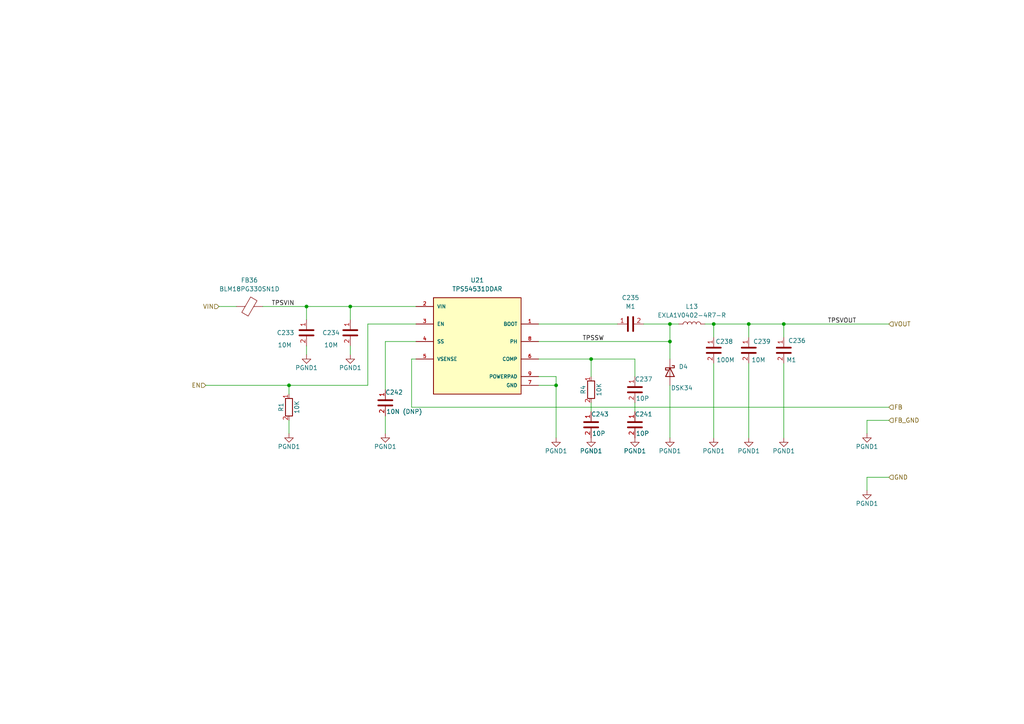
<source format=kicad_sch>
(kicad_sch (version 20250114) (generator "eeschema") (generator_version "9.0")
  (paper "A4")
  (lib_symbols
    (symbol "Device:FerriteBead" (pin_numbers (hide yes)) (pin_names (offset 0))
      (property "Reference" "FB" (at -3.81 0.635 90))
      (property "Value" "FerriteBead" (at 3.81 0 90))
      (symbol "FerriteBead_0_1"
        (polyline (pts (xy -2.7686 0.4064) (xy -1.7018 2.2606) (xy 2.7686 -0.3048) (xy 1.6764 -2.159) (xy -2.7686 0.4064)))
        (polyline (pts (xy 0 1.27) (xy 0 1.2954)))
        (polyline (pts (xy 0 -1.27) (xy 0 -1.2192)))
      )
      (symbol "FerriteBead_1_1"
        (pin passive line (at 0 3.81 270) (length 2.54) (name "~") (number "1"))
        (pin passive line (at 0 -3.81 90) (length 2.54) (name "~") (number "2"))
      )
    )
    (symbol "Diode:CDBA340-HF" (pin_numbers (hide yes)) (pin_names (hide yes))
      (property "Reference" "D" (at 0 2.54 0))
      (property "Value" "CDBA340-HF" (at 0 -2.54 0))
      (symbol "CDBA340-HF_0_1"
        (polyline (pts (xy -1.905 0.635) (xy -1.905 1.27) (xy -1.27 1.27) (xy -1.27 -1.27) (xy -0.635 -1.27) (xy -0.635 -0.635)) (stroke (width 0.254)))
        (polyline (pts (xy 1.27 1.27) (xy 1.27 -1.27) (xy -1.27 0) (xy 1.27 1.27)) (stroke (width 0.254)))
        (polyline (pts (xy 1.27 0) (xy -1.27 0)))
      )
      (symbol "CDBA340-HF_1_1"
        (pin passive line (at -3.81 0 0) (length 2.54) (name "K") (number "1"))
        (pin passive line (at 3.81 0 180) (length 2.54) (name "A") (number "2"))
      )
    )
    (symbol "PPA-Pasive:Cap" (pin_names (offset 1.016))
      (property "Reference" "C" (at -5.08 0 0))
      (property "Value" "Cap" (at 5.08 -2.54 0))
      (symbol "Cap_1_1"
        (polyline (pts (xy -2.032 0.762) (xy 2.032 0.762)) (stroke (width 0.508)))
        (polyline (pts (xy -2.032 -0.762) (xy 2.032 -0.762)) (stroke (width 0.508)))
        (pin passive line (at 0 3.81 270) (length 2.794) (name "~") (number "1"))
        (pin passive line (at 0 -3.81 90) (length 2.794) (name "~") (number "2"))
      )
    )
    (symbol "PPA-Pasive:Ind" (pin_numbers (hide yes)) (pin_names (offset 1.016) (hide yes))
      (property "Reference" "L" (at 2.54 1.27 0))
      (property "Value" "Ind" (at 3.81 -1.27 0))
      (symbol "Ind_1_1"
        (arc (start 0 2.54) (mid 0.6323 1.905) (end 0 1.27))
        (arc (start 0 1.27) (mid 0.6323 0.635) (end 0 0))
        (arc (start 0 0) (mid 0.6323 -0.635) (end 0 -1.27))
        (arc (start 0 -1.27) (mid 0.6323 -1.905) (end 0 -2.54))
        (pin passive line (at 0 3.81 270) (length 1.27) (name "1") (number "1"))
        (pin passive line (at 0 -3.81 90) (length 1.27) (name "2") (number "2"))
      )
    )
    (symbol "PPA-Pasive:Res" (pin_names (offset 1.016))
      (property "Reference" "R" (at -2.54 2.54 0))
      (property "Value" "Res" (at -1.27 -2.54 0))
      (symbol "Res_1_1"
        (rectangle (start 2.54 -1.016) (end -2.54 1.016) (stroke (width 0.254)))
        (pin passive line (at -3.81 0 0) (length 1.27) (name "~") (number "1"))
        (pin passive line (at 3.81 0 180) (length 1.27) (name "~") (number "2"))
      )
    )
    (symbol "TPS54531DDAR:TPS54531DDAR" (pin_names (offset 1.016))
      (property "Reference" "U" (at -12.7 16.51 0))
      (property "Value" "TPS54531DDAR" (at -12.7 -13.97 0))
      (symbol "TPS54531DDAR_0_0"
        (rectangle (start -12.7 -12.7) (end 12.7 15.24) (stroke (width 0.254)) (fill (type background)))
        (pin power_in line (at -17.78 12.7 0) (length 5.08) (name "VIN") (number "2"))
        (pin input line (at -17.78 7.62 0) (length 5.08) (name "EN") (number "3"))
        (pin input line (at -17.78 2.54 0) (length 5.08) (name "SS") (number "4"))
        (pin input line (at -17.78 -2.54 0) (length 5.08) (name "VSENSE") (number "5"))
        (pin output line (at 17.78 7.62 180) (length 5.08) (name "BOOT") (number "1"))
        (pin output line (at 17.78 2.54 180) (length 5.08) (name "PH") (number "8"))
        (pin output line (at 17.78 -2.54 180) (length 5.08) (name "COMP") (number "6"))
        (pin power_in line (at 17.78 -7.62 180) (length 5.08) (name "POWERPAD") (number "9"))
        (pin power_in line (at 17.78 -10.16 180) (length 5.08) (name "GND") (number "7"))
      )
    )
    (symbol "power:GND" (power) (pin_names (offset 0))
      (property "Value" "GND" (at 0 -3.81 0))
      (symbol "GND_0_1"
        (polyline (pts (xy 0 0) (xy 0 -1.27) (xy 1.27 -1.27) (xy 0 -2.54) (xy -1.27 -1.27) (xy 0 -1.27)))
      )
      (symbol "GND_1_1"
        (pin power_in line (at 0 0 270) (length 0) (hide yes) (name "GND") (number "1"))
      )
    )
  )
  (junction (at 101.6 88.9))
  (junction (at 83.82 111.76))
  (junction (at 88.9 88.9))
  (junction (at 227.33 93.98))
  (junction (at 194.31 99.06))
  (junction (at 171.45 104.14))
  (junction (at 217.17 93.98))
  (junction (at 194.31 93.98))
  (junction (at 161.29 111.76))
  (junction (at 207.01 93.98))
  (wire (pts (xy 171.45 104.14) (xy 171.45 109.22)))
  (wire (pts (xy 207.01 105.41) (xy 207.01 127)))
  (wire (pts (xy 251.46 121.92) (xy 251.46 125.73)))
  (wire (pts (xy 106.68 111.76) (xy 83.82 111.76)))
  (wire (pts (xy 161.29 109.22) (xy 156.21 109.22)))
  (wire (pts (xy 194.31 93.98) (xy 196.85 93.98)))
  (wire (pts (xy 111.76 99.06) (xy 120.65 99.06)))
  (wire (pts (xy 119.38 118.11) (xy 257.81 118.11)))
  (wire (pts (xy 76.2 88.9) (xy 88.9 88.9)))
  (wire (pts (xy 120.65 93.98) (xy 106.68 93.98)))
  (wire (pts (xy 186.69 93.98) (xy 194.31 93.98)))
  (wire (pts (xy 83.82 111.76) (xy 83.82 114.3)))
  (wire (pts (xy 119.38 118.11) (xy 119.38 104.14)))
  (wire (pts (xy 101.6 88.9) (xy 120.65 88.9)))
  (wire (pts (xy 63.5 88.9) (xy 68.58 88.9)))
  (wire (pts (xy 171.45 116.84) (xy 171.45 119.38)))
  (wire (pts (xy 251.46 138.43) (xy 251.46 142.24)))
  (wire (pts (xy 88.9 88.9) (xy 88.9 92.71)))
  (wire (pts (xy 184.15 104.14) (xy 184.15 109.22)))
  (wire (pts (xy 227.33 127) (xy 227.33 105.41)))
  (wire (pts (xy 111.76 120.65) (xy 111.76 125.73)))
  (wire (pts (xy 194.31 111.76) (xy 194.31 127)))
  (wire (pts (xy 217.17 105.41) (xy 217.17 127)))
  (wire (pts (xy 217.17 93.98) (xy 217.17 97.79)))
  (wire (pts (xy 257.81 138.43) (xy 251.46 138.43)))
  (wire (pts (xy 156.21 99.06) (xy 194.31 99.06)))
  (wire (pts (xy 156.21 93.98) (xy 179.07 93.98)))
  (wire (pts (xy 88.9 88.9) (xy 101.6 88.9)))
  (wire (pts (xy 161.29 127) (xy 161.29 111.76)))
  (wire (pts (xy 111.76 113.03) (xy 111.76 99.06)))
  (wire (pts (xy 207.01 93.98) (xy 207.01 97.79)))
  (wire (pts (xy 227.33 93.98) (xy 257.81 93.98)))
  (wire (pts (xy 83.82 121.92) (xy 83.82 125.73)))
  (wire (pts (xy 161.29 111.76) (xy 161.29 109.22)))
  (wire (pts (xy 257.81 121.92) (xy 251.46 121.92)))
  (wire (pts (xy 101.6 100.33) (xy 101.6 102.87)))
  (wire (pts (xy 184.15 116.84) (xy 184.15 119.38)))
  (wire (pts (xy 156.21 111.76) (xy 161.29 111.76)))
  (wire (pts (xy 106.68 93.98) (xy 106.68 111.76)))
  (wire (pts (xy 156.21 104.14) (xy 171.45 104.14)))
  (wire (pts (xy 204.47 93.98) (xy 207.01 93.98)))
  (wire (pts (xy 227.33 93.98) (xy 227.33 97.79)))
  (wire (pts (xy 101.6 88.9) (xy 101.6 92.71)))
  (wire (pts (xy 194.31 99.06) (xy 194.31 104.14)))
  (wire (pts (xy 207.01 93.98) (xy 217.17 93.98)))
  (wire (pts (xy 88.9 100.33) (xy 88.9 102.87)))
  (wire (pts (xy 217.17 93.98) (xy 227.33 93.98)))
  (wire (pts (xy 194.31 99.06) (xy 194.31 93.98)))
  (wire (pts (xy 59.69 111.76) (xy 83.82 111.76)))
  (wire (pts (xy 119.38 104.14) (xy 120.65 104.14)))
  (wire (pts (xy 171.45 104.14) (xy 184.15 104.14)))
  (label "TPSSW" (at 168.91 99.06 0))
  (label "TPSVIN" (at 78.74 88.9 0))
  (label "TPSVOUT" (at 240.03 93.98 0))
  (hierarchical_label "EN" (shape input) (at 59.69 111.76 180))
  (hierarchical_label "FB_GND" (shape input) (at 257.81 121.92 0))
  (hierarchical_label "GND" (shape input) (at 257.81 138.43 0))
  (hierarchical_label "VOUT" (shape input) (at 257.81 93.98 0))
  (hierarchical_label "VIN" (shape input) (at 63.5 88.9 180))
  (hierarchical_label "FB" (shape input) (at 257.81 118.11 0))
  (symbol (lib_id "PPA-Pasive:Res") (at 83.82 118.11 270) (unit 1)
    (property "Reference" "R91" (at 81.534 118.11 0))
    (property "Value" "10K" (at 86.106 118.11 0))
    (property "Footprint" "Resistor_SMD:R_0402_1005Metric" (effects (hide yes)))
    (property "Power" "250mW" (effects (hide yes)))
    (property "Tolerance" "=< 5%" (effects (hide yes)))
    (property "JLCPCB Part #" "C25744" (effects (hide yes)))
    (instances (project "TRX055.01.01.PB.00.00" (path "" (reference "R1") (unit 1)) (path "" (reference "R91") (unit 1))))
  )
  (symbol (lib_id "power:GND") (at 101.6 102.87 0) (unit 1)
    (property "Reference" "#PWR0364" (effects (hide yes)))
    (property "Value" "PGND1" (at 101.6 106.68 0))
    (property "Description" "Power symbol creates a global label with name \"GND\" , ground" (effects (hide yes)))
    (instances (project "TRX055.01.01.PB.00.00" (path "" (reference "#PWR0341") (unit 1)) (path "" (reference "#PWR0364") (unit 1))))
  )
  (symbol (lib_id "PPA-Pasive:Cap") (at 227.33 101.6 0) (unit 1)
    (property "Reference" "C258" (at 228.6 98.806 0) (effects (justify left)))
    (property "Value" "M1" (at 228.092 104.394 0) (effects (justify left)))
    (property "Footprint" "Capacitor_SMD:C_0201_0603Metric" (effects (hide yes)))
    (property "Description" "capacitor" (effects (hide yes)))
    (property "Voltage" "100V" (effects (hide yes)))
    (property "Material" "X7R" (effects (hide yes)))
    (property "PN" "CL03A104KP3NNNC" (effects (hide yes)))
    (property "JLC" "C49062" (effects (hide yes)))
    (property "JLCPCB Part #" "C1581" (effects (hide yes)))
    (instances (project "TRX055.01.01.PB.00.00" (path "" (reference "C236") (unit 1)) (path "" (reference "C258") (unit 1))))
  )
  (symbol (lib_id "power:GND") (at 251.46 142.24 0) (unit 1)
    (property "Reference" "#PWR0373" (effects (hide yes)))
    (property "Value" "PGND1" (at 251.46 146.05 0))
    (property "Description" "Power symbol creates a global label with name \"GND\" , ground" (effects (hide yes)))
    (instances (project "TRX055.01.01.PB.00.00" (path "" (reference "#PWR0351") (unit 1)) (path "" (reference "#PWR0373") (unit 1))))
  )
  (symbol (lib_id "PPA-Pasive:Cap") (at 184.15 113.03 0) (unit 1)
    (property "Reference" "C254" (at 184.15 109.982 0) (effects (justify left)))
    (property "Value" "10P" (at 184.404 115.57 0) (effects (justify left)))
    (property "Footprint" "Capacitor_SMD:C_0402_1005Metric" (effects (hide yes)))
    (property "Description" "capacitor" (effects (hide yes)))
    (property "Voltage" "100V" (effects (hide yes)))
    (property "Material" "X7R" (effects (hide yes)))
    (property "JLCPCB Part #" "C25744" (effects (hide yes)))
    (instances (project "TRX055.01.01.PB.00.00" (path "" (reference "C237") (unit 1)) (path "" (reference "C254") (unit 1))))
  )
  (symbol (lib_id "power:GND") (at 207.01 127 0) (unit 1)
    (property "Reference" "#PWR0369" (effects (hide yes)))
    (property "Value" "PGND1" (at 207.01 130.81 0))
    (property "Description" "Power symbol creates a global label with name \"GND\" , ground" (effects (hide yes)))
    (instances (project "TRX055.01.01.PB.00.00" (path "" (reference "#PWR0348") (unit 1)) (path "" (reference "#PWR0369") (unit 1))))
  )
  (symbol (lib_id "power:GND") (at 194.31 127 0) (unit 1)
    (property "Reference" "#PWR0374" (effects (hide yes)))
    (property "Value" "PGND1" (at 194.31 130.81 0))
    (property "Description" "Power symbol creates a global label with name \"GND\" , ground" (effects (hide yes)))
    (instances (project "TRX055.01.01.PB.00.00" (path "" (reference "#PWR0375") (unit 1)) (path "" (reference "#PWR0374") (unit 1))))
  )
  (symbol (lib_id "power:GND") (at 111.76 125.73 0) (unit 1)
    (property "Reference" "#PWR0365" (effects (hide yes)))
    (property "Value" "PGND1" (at 111.76 129.54 0))
    (property "Description" "Power symbol creates a global label with name \"GND\" , ground" (effects (hide yes)))
    (instances (project "TRX055.01.01.PB.00.00" (path "" (reference "#PWR0352") (unit 1)) (path "" (reference "#PWR0365") (unit 1))))
  )
  (symbol (lib_id "PPA-Pasive:Cap") (at 171.45 123.19 0) (unit 1)
    (property "Reference" "C252" (at 171.45 120.142 0) (effects (justify left)))
    (property "Value" "10P" (at 171.704 125.73 0) (effects (justify left)))
    (property "Footprint" "Capacitor_SMD:C_0402_1005Metric" (effects (hide yes)))
    (property "Description" "capacitor" (effects (hide yes)))
    (property "Voltage" "100V" (effects (hide yes)))
    (property "Material" "X7R" (effects (hide yes)))
    (property "JLCPCB Part #" "C25744" (effects (hide yes)))
    (instances (project "TRX055.01.01.PB.00.00" (path "" (reference "C243") (unit 1)) (path "" (reference "C252") (unit 1))))
  )
  (symbol (lib_id "TPS54531DDAR:TPS54531DDAR") (at 138.43 101.6 0) (unit 1)
    (property "Reference" "U7" (at 138.43 81.28 0))
    (property "Value" "TPS54531DDAR" (at 138.43 83.82 0))
    (property "Footprint" "TPS54531DDAR:CONV_TPS54531DDAR" (effects (hide yes)))
    (property "MF" "Texas Instruments" (effects (hide yes)))
    (property "MAXIMUM_PACKAGE_HEIGHT" "1.70 mm" (effects (hide yes)))
    (property "Package" "HSOIC-8 Texas Instruments" (effects (hide yes)))
    (property "Price" "None" (effects (hide yes)))
    (property "Check_prices" "https://www.snapeda.com/parts/TPS54531DDAR/Texas+Instruments/view-part/?ref=eda" (effects (hide yes)))
    (property "STANDARD" "Manufacturer Recommendations" (effects (hide yes)))
    (property "PARTREV" "A" (effects (hide yes)))
    (property "SnapEDA_Link" "https://www.snapeda.com/parts/TPS54531DDAR/Texas+Instruments/view-part/?ref=snap" (effects (hide yes)))
    (property "MP" "TPS54531DDAR" (effects (hide yes)))
    (property "Description_1" "3.5V to 28V Input, 5A, 570kHz Step-Down Converter with Eco-mode" (effects (hide yes)))
    (property "Availability" "In Stock" (effects (hide yes)))
    (property "MANUFACTURER" "Texas Instruments" (effects (hide yes)))
    (property "JLCPCB Part #" "C50605" (effects (hide yes)))
    (instances (project "" (path "" (reference "U21") (unit 1)) (path "" (reference "U7") (unit 1))))
  )
  (symbol (lib_id "Diode:CDBA340-HF") (at 194.31 107.95 270) (unit 1)
    (property "Reference" "D3" (at 196.85 106.3624 90) (effects (justify left)))
    (property "Value" "DSK34" (at 194.564 112.522 90) (effects (justify left)))
    (property "Footprint" "Diode_SMD:D_SOD-123F" (effects (hide yes)))
    (property "Datasheet" "https://www.comchiptech.com/admin/files/product/CDBA340-HF%20Thru193640.%20CDBA3100-HF%20RevB.pdf" (effects (hide yes)))
    (property "Description" "40V 3A Schottky Barrier Rectifier Diode, SMA(DO-214AC)" (effects (hide yes)))
    (property "JLCPCB Part #" " C727076" (effects (hide yes)))
    (instances (project "TRX055.01.01.PB.00.00" (path "" (reference "D4") (unit 1)) (path "" (reference "D3") (unit 1))))
  )
  (symbol (lib_id "PPA-Pasive:Ind") (at 200.66 93.98 90) (unit 1)
    (property "Reference" "L14" (at 200.66 88.9 90))
    (property "Value" "EXLA1V0402-4R7-R" (at 200.66 91.44 90))
    (property "Footprint" "foot-ppa-passive:EXLA1V04" (effects (hide yes)))
    (property "SFR" "10Mhz" (effects (hide yes)))
    (property "Ipeak" "3A" (effects (hide yes)))
    (property "Icont" "1A" (effects (hide yes)))
    (instances (project "" (path "" (reference "L13") (unit 1)) (path "" (reference "L14") (unit 1))))
  )
  (symbol (lib_id "power:GND") (at 184.15 127 0) (unit 1)
    (property "Reference" "#PWR0368" (effects (hide yes)))
    (property "Value" "PGND1" (at 184.15 130.81 0))
    (property "Description" "Power symbol creates a global label with name \"GND\" , ground" (effects (hide yes)))
    (instances (project "TRX055.01.01.PB.00.00" (path "" (reference "#PWR0354") (unit 1)) (path "" (reference "#PWR0368") (unit 1))))
  )
  (symbol (lib_id "power:GND") (at 161.29 127 0) (unit 1)
    (property "Reference" "#PWR0366" (effects (hide yes)))
    (property "Value" "PGND1" (at 161.29 130.81 0))
    (property "Description" "Power symbol creates a global label with name \"GND\" , ground" (effects (hide yes)))
    (instances (project "TRX055.01.01.PB.00.00" (path "" (reference "#PWR0227") (unit 1)) (path "" (reference "#PWR0366") (unit 1))))
  )
  (symbol (lib_id "PPA-Pasive:Cap") (at 88.9 96.52 0) (unit 1)
    (property "Reference" "C249" (at 80.264 96.52 0) (effects (justify left)))
    (property "Value" "10M" (at 80.518 100.076 0) (effects (justify left)))
    (property "Footprint" "Capacitor_SMD:C_0603_1608Metric" (effects (hide yes)))
    (property "Description" "capacitor" (effects (hide yes)))
    (property "Voltage" "100V" (effects (hide yes)))
    (property "Material" "X7R" (effects (hide yes)))
    (property "JLCPCB Part #" "C96446" (effects (hide yes)))
    (instances (project "TRX055.01.01.PB.00.00" (path "" (reference "C233") (unit 1)) (path "" (reference "C249") (unit 1))))
  )
  (symbol (lib_id "PPA-Pasive:Cap") (at 184.15 123.19 0) (unit 1)
    (property "Reference" "C255" (at 184.15 120.142 0) (effects (justify left)))
    (property "Value" "10P" (at 184.404 125.73 0) (effects (justify left)))
    (property "Footprint" "Capacitor_SMD:C_0402_1005Metric" (effects (hide yes)))
    (property "Description" "capacitor" (effects (hide yes)))
    (property "Voltage" "100V" (effects (hide yes)))
    (property "Material" "X7R" (effects (hide yes)))
    (property "JLCPCB Part #" "C25744" (effects (hide yes)))
    (instances (project "TRX055.01.01.PB.00.00" (path "" (reference "C241") (unit 1)) (path "" (reference "C255") (unit 1))))
  )
  (symbol (lib_id "PPA-Pasive:Cap") (at 217.17 101.6 0) (unit 1)
    (property "Reference" "C257" (at 218.44 99.06 0) (effects (justify left)))
    (property "Value" "10M" (at 217.932 104.394 0) (effects (justify left)))
    (property "Footprint" "Capacitor_SMD:C_0603_1608Metric" (effects (hide yes)))
    (property "Description" "capacitor" (effects (hide yes)))
    (property "Voltage" "100V" (effects (hide yes)))
    (property "Material" "X7R" (effects (hide yes)))
    (property "JLCPCB Part #" "C96446" (effects (hide yes)))
    (instances (project "TRX055.01.01.PB.00.00" (path "" (reference "C239") (unit 1)) (path "" (reference "C257") (unit 1))))
  )
  (symbol (lib_id "power:GND") (at 171.45 127 0) (unit 1)
    (property "Reference" "#PWR0367" (effects (hide yes)))
    (property "Value" "PGND1" (at 171.45 130.81 0))
    (property "Description" "Power symbol creates a global label with name \"GND\" , ground" (effects (hide yes)))
    (instances (project "TRX055.01.01.PB.00.00" (path "" (reference "#PWR0353") (unit 1)) (path "" (reference "#PWR0367") (unit 1))))
  )
  (symbol (lib_id "Device:FerriteBead") (at 72.39 88.9 90) (unit 1)
    (property "Reference" "FB39" (at 72.3392 81.28 90))
    (property "Value" "BLM18PG330SN1D" (at 72.3392 83.82 90))
    (property "Footprint" "Inductor_SMD:L_0603_1608Metric" (effects (hide yes)))
    (property "Description" "Ferrite bead" (effects (hide yes)))
    (property "JLCPCB Part #" "C88984" (effects (hide yes)))
    (instances (project "TRX055.01.01.PB.00.00" (path "" (reference "FB36") (unit 1)) (path "" (reference "FB39") (unit 1))))
  )
  (symbol (lib_id "PPA-Pasive:Res") (at 171.45 113.03 270) (unit 1)
    (property "Reference" "R92" (at 169.164 113.03 0))
    (property "Value" "10K" (at 173.736 113.03 0))
    (property "Footprint" "Resistor_SMD:R_0402_1005Metric" (effects (hide yes)))
    (property "Power" "250mW" (effects (hide yes)))
    (property "Tolerance" "=< 5%" (effects (hide yes)))
    (property "JLCPCB Part #" "C25744" (effects (hide yes)))
    (instances (project "TRX055.01.01.PB.00.00" (path "" (reference "R4") (unit 1)) (path "" (reference "R92") (unit 1))))
  )
  (symbol (lib_id "PPA-Pasive:Cap") (at 182.88 93.98 90) (unit 1)
    (property "Reference" "C253" (at 182.88 86.36 90))
    (property "Value" "M1" (at 182.88 88.9 90))
    (property "Footprint" "Capacitor_SMD:C_0201_0603Metric" (effects (hide yes)))
    (property "Description" "capacitor" (effects (hide yes)))
    (property "Voltage" "100V" (effects (hide yes)))
    (property "Material" "X7R" (effects (hide yes)))
    (property "PN" "CL03A104KP3NNNC" (effects (hide yes)))
    (property "JLC" "C49062" (effects (hide yes)))
    (property "JLCPCB Part #" "C1581" (effects (hide yes)))
    (instances (project "TRX055.01.01.PB.00.00" (path "" (reference "C235") (unit 1)) (path "" (reference "C253") (unit 1))))
  )
  (symbol (lib_id "power:GND") (at 83.82 125.73 0) (unit 1)
    (property "Reference" "#PWR056" (effects (hide yes)))
    (property "Value" "PGND1" (at 83.82 129.54 0))
    (property "Description" "Power symbol creates a global label with name \"GND\" , ground" (effects (hide yes)))
    (instances (project "TRX055.01.01.PB.00.00" (path "" (reference "#PWR0347") (unit 1)) (path "" (reference "#PWR056") (unit 1))))
  )
  (symbol (lib_id "PPA-Pasive:Cap") (at 101.6 96.52 0) (unit 1)
    (property "Reference" "C250" (at 93.472 96.52 0) (effects (justify left)))
    (property "Value" "10M" (at 93.98 100.076 0) (effects (justify left)))
    (property "Footprint" "Capacitor_SMD:C_0603_1608Metric" (effects (hide yes)))
    (property "Description" "capacitor" (effects (hide yes)))
    (property "Voltage" "100V" (effects (hide yes)))
    (property "Material" "X7R" (effects (hide yes)))
    (property "JLCPCB Part #" "C96446" (effects (hide yes)))
    (instances (project "TRX055.01.01.PB.00.00" (path "" (reference "C234") (unit 1)) (path "" (reference "C250") (unit 1))))
  )
  (symbol (lib_id "power:GND") (at 251.46 125.73 0) (unit 1)
    (property "Reference" "#PWR0372" (effects (hide yes)))
    (property "Value" "PGND1" (at 251.46 129.54 0))
    (property "Description" "Power symbol creates a global label with name \"GND\" , ground" (effects (hide yes)))
    (instances (project "TRX055.01.01.PB.00.00" (path "" (reference "#PWR0346") (unit 1)) (path "" (reference "#PWR0372") (unit 1))))
  )
  (symbol (lib_id "power:GND") (at 217.17 127 0) (unit 1)
    (property "Reference" "#PWR0370" (effects (hide yes)))
    (property "Value" "PGND1" (at 217.17 130.81 0))
    (property "Description" "Power symbol creates a global label with name \"GND\" , ground" (effects (hide yes)))
    (instances (project "TRX055.01.01.PB.00.00" (path "" (reference "#PWR0349") (unit 1)) (path "" (reference "#PWR0370") (unit 1))))
  )
  (symbol (lib_id "power:GND") (at 227.33 127 0) (unit 1)
    (property "Reference" "#PWR0371" (effects (hide yes)))
    (property "Value" "PGND1" (at 227.33 130.81 0))
    (property "Description" "Power symbol creates a global label with name \"GND\" , ground" (effects (hide yes)))
    (instances (project "TRX055.01.01.PB.00.00" (path "" (reference "#PWR0342") (unit 1)) (path "" (reference "#PWR0371") (unit 1))))
  )
  (symbol (lib_id "PPA-Pasive:Cap") (at 207.01 101.6 0) (unit 1)
    (property "Reference" "C256" (at 207.518 99.06 0) (effects (justify left)))
    (property "Value" "100M" (at 207.772 104.394 0) (effects (justify left)))
    (property "Footprint" "Capacitor_SMD:C_1206_3216Metric" (effects (hide yes)))
    (property "Description" "capacitor" (effects (hide yes)))
    (property "Voltage" "100V" (effects (hide yes)))
    (property "Material" "X5R" (effects (hide yes)))
    (property "JLCPCB Part #" "C15008" (effects (hide yes)))
    (instances (project "TRX055.01.01.PB.00.00" (path "" (reference "C238") (unit 1)) (path "" (reference "C256") (unit 1))))
  )
  (symbol (lib_id "PPA-Pasive:Cap") (at 111.76 116.84 0) (unit 1)
    (property "Reference" "C251" (at 111.76 113.792 0) (effects (justify left)))
    (property "Value" "10N (DNP)" (at 112.014 119.38 0) (effects (justify left)))
    (property "Footprint" "Capacitor_SMD:C_0402_1005Metric" (effects (hide yes)))
    (property "Description" "capacitor" (effects (hide yes)))
    (property "Voltage" "100V" (effects (hide yes)))
    (property "Material" "X7R" (effects (hide yes)))
    (property "JLCPCB Part #" "C25744" (effects (hide yes)))
    (instances (project "TRX055.01.01.PB.00.00" (path "" (reference "C242") (unit 1)) (path "" (reference "C251") (unit 1))))
  )
  (symbol (lib_id "power:GND") (at 88.9 102.87 0) (unit 1)
    (property "Reference" "#PWR0363" (effects (hide yes)))
    (property "Value" "PGND1" (at 88.9 106.68 0))
    (property "Description" "Power symbol creates a global label with name \"GND\" , ground" (effects (hide yes)))
    (instances (project "TRX055.01.01.PB.00.00" (path "" (reference "#PWR0228") (unit 1)) (path "" (reference "#PWR0363") (unit 1))))
  )
)
</source>
